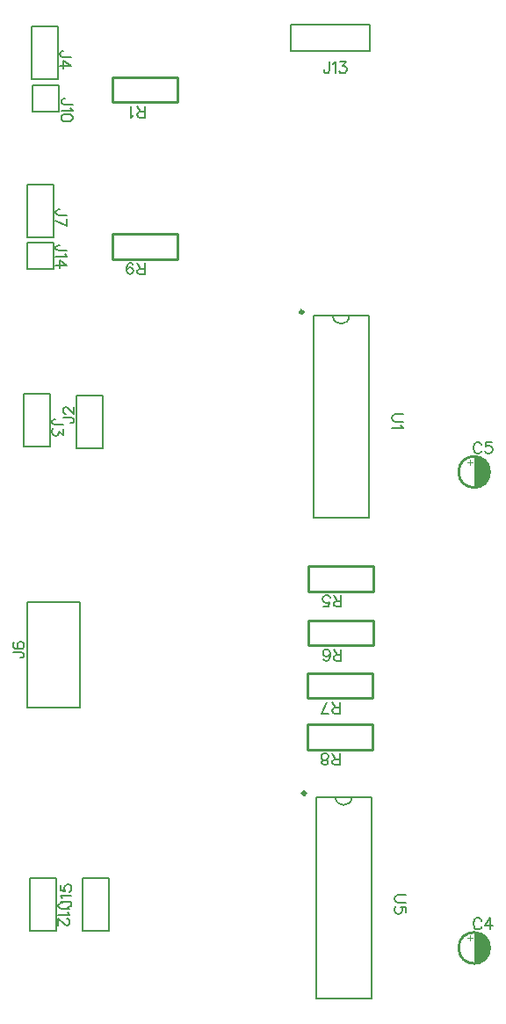
<source format=gto>
G04 Layer: TopSilkscreenLayer*
G04 EasyEDA v6.5.1, 2022-05-03 13:26:15*
G04 Gerber Generator version 0.2*
G04 Scale: 100 percent, Rotated: No, Reflected: No *
G04 Dimensions in millimeters *
G04 leading zeros omitted , absolute positions ,4 integer and 5 decimal *
%FSLAX45Y45*%
%MOMM*%

%ADD10C,0.2540*%
%ADD21C,0.0800*%
%ADD22C,0.2030*%
%ADD23C,0.2032*%
%ADD24C,0.1524*%
%ADD25C,0.3000*%

%LPD*%
D24*
X5633933Y-8894988D02*
G01*
X5628599Y-8884574D01*
X5618185Y-8874160D01*
X5608025Y-8869080D01*
X5587197Y-8869080D01*
X5576783Y-8874160D01*
X5566369Y-8884574D01*
X5561035Y-8894988D01*
X5555955Y-8910736D01*
X5555955Y-8936644D01*
X5561035Y-8952138D01*
X5566369Y-8962552D01*
X5576783Y-8972966D01*
X5587197Y-8978046D01*
X5608025Y-8978046D01*
X5618185Y-8972966D01*
X5628599Y-8962552D01*
X5633933Y-8952138D01*
X5720039Y-8869080D02*
G01*
X5668223Y-8941724D01*
X5746201Y-8941724D01*
X5720039Y-8869080D02*
G01*
X5720039Y-8978046D01*
X5633933Y-4310288D02*
G01*
X5628599Y-4299874D01*
X5618185Y-4289460D01*
X5608025Y-4284380D01*
X5587197Y-4284380D01*
X5576783Y-4289460D01*
X5566369Y-4299874D01*
X5561035Y-4310288D01*
X5555955Y-4326036D01*
X5555955Y-4351944D01*
X5561035Y-4367438D01*
X5566369Y-4377852D01*
X5576783Y-4388266D01*
X5587197Y-4393346D01*
X5608025Y-4393346D01*
X5618185Y-4388266D01*
X5628599Y-4377852D01*
X5633933Y-4367438D01*
X5730453Y-4284380D02*
G01*
X5678637Y-4284380D01*
X5673303Y-4331116D01*
X5678637Y-4326036D01*
X5694131Y-4320702D01*
X5709625Y-4320702D01*
X5725373Y-4326036D01*
X5735787Y-4336196D01*
X5740867Y-4351944D01*
X5740867Y-4362358D01*
X5735787Y-4377852D01*
X5725373Y-4388266D01*
X5709625Y-4393346D01*
X5694131Y-4393346D01*
X5678637Y-4388266D01*
X5673303Y-4383186D01*
X5668223Y-4372772D01*
X1599184Y-4050029D02*
G01*
X1682242Y-4050029D01*
X1697989Y-4055363D01*
X1703070Y-4060444D01*
X1708150Y-4070857D01*
X1708150Y-4081271D01*
X1703070Y-4091686D01*
X1697989Y-4097020D01*
X1682242Y-4102100D01*
X1671828Y-4102100D01*
X1625092Y-4010660D02*
G01*
X1620012Y-4010660D01*
X1609597Y-4005579D01*
X1604263Y-4000245D01*
X1599184Y-3989831D01*
X1599184Y-3969004D01*
X1604263Y-3958589D01*
X1609597Y-3953510D01*
X1620012Y-3948429D01*
X1630426Y-3948429D01*
X1640839Y-3953510D01*
X1656334Y-3963923D01*
X1708150Y-4015739D01*
X1708150Y-3943095D01*
X1601215Y-4116070D02*
G01*
X1518157Y-4116070D01*
X1502410Y-4110736D01*
X1497329Y-4105655D01*
X1492250Y-4095242D01*
X1492250Y-4084828D01*
X1497329Y-4074413D01*
X1502410Y-4069079D01*
X1518157Y-4064000D01*
X1528571Y-4064000D01*
X1601215Y-4160520D02*
G01*
X1601215Y-4217670D01*
X1559560Y-4186681D01*
X1559560Y-4202176D01*
X1554479Y-4212589D01*
X1549400Y-4217670D01*
X1533652Y-4223004D01*
X1523237Y-4223004D01*
X1507744Y-4217670D01*
X1497329Y-4207510D01*
X1492250Y-4191762D01*
X1492250Y-4176268D01*
X1497329Y-4160520D01*
X1502410Y-4155439D01*
X1512823Y-4150360D01*
X1677415Y-572770D02*
G01*
X1594357Y-572770D01*
X1578610Y-567436D01*
X1573529Y-562355D01*
X1568450Y-551942D01*
X1568450Y-541528D01*
X1573529Y-531113D01*
X1578610Y-525779D01*
X1594357Y-520700D01*
X1604771Y-520700D01*
X1677415Y-658876D02*
G01*
X1604771Y-607060D01*
X1604771Y-684784D01*
X1677415Y-658876D02*
G01*
X1568450Y-658876D01*
X1639315Y-2096770D02*
G01*
X1556257Y-2096770D01*
X1540510Y-2091436D01*
X1535429Y-2086355D01*
X1530350Y-2075942D01*
X1530350Y-2065528D01*
X1535429Y-2055113D01*
X1540510Y-2049779D01*
X1556257Y-2044700D01*
X1566671Y-2044700D01*
X1639315Y-2203704D02*
G01*
X1530350Y-2151634D01*
X1639315Y-2131060D02*
G01*
X1639315Y-2203704D01*
X1664715Y-8776970D02*
G01*
X1581657Y-8776970D01*
X1565910Y-8771636D01*
X1560829Y-8766555D01*
X1555750Y-8756142D01*
X1555750Y-8745728D01*
X1560829Y-8735313D01*
X1565910Y-8729979D01*
X1581657Y-8724900D01*
X1592071Y-8724900D01*
X1643887Y-8811260D02*
G01*
X1649221Y-8821420D01*
X1664715Y-8837168D01*
X1555750Y-8837168D01*
X1638807Y-8876537D02*
G01*
X1643887Y-8876537D01*
X1654302Y-8881871D01*
X1659636Y-8886952D01*
X1664715Y-8897365D01*
X1664715Y-8918194D01*
X1659636Y-8928608D01*
X1654302Y-8933687D01*
X1643887Y-8939021D01*
X1633473Y-8939021D01*
X1623060Y-8933687D01*
X1607565Y-8923274D01*
X1555750Y-8871458D01*
X1555750Y-8944102D01*
X1573784Y-8710929D02*
G01*
X1656842Y-8710929D01*
X1672589Y-8716263D01*
X1677670Y-8721344D01*
X1682750Y-8731758D01*
X1682750Y-8742171D01*
X1677670Y-8752586D01*
X1672589Y-8757920D01*
X1656842Y-8763000D01*
X1646428Y-8763000D01*
X1594612Y-8676639D02*
G01*
X1589278Y-8666479D01*
X1573784Y-8650731D01*
X1682750Y-8650731D01*
X1573784Y-8554212D02*
G01*
X1573784Y-8606028D01*
X1620520Y-8611362D01*
X1615439Y-8606028D01*
X1610105Y-8590534D01*
X1610105Y-8575039D01*
X1615439Y-8559292D01*
X1625600Y-8548878D01*
X1641347Y-8543797D01*
X1651762Y-8543797D01*
X1667255Y-8548878D01*
X1677670Y-8559292D01*
X1682750Y-8575039D01*
X1682750Y-8590534D01*
X1677670Y-8606028D01*
X1672589Y-8611362D01*
X1662176Y-8616442D01*
X1116584Y-6310629D02*
G01*
X1199642Y-6310629D01*
X1215389Y-6315963D01*
X1220470Y-6321044D01*
X1225550Y-6331457D01*
X1225550Y-6341871D01*
X1220470Y-6352286D01*
X1215389Y-6357620D01*
X1199642Y-6362700D01*
X1189228Y-6362700D01*
X1132078Y-6214110D02*
G01*
X1121663Y-6219189D01*
X1116584Y-6234937D01*
X1116584Y-6245352D01*
X1121663Y-6260845D01*
X1137412Y-6271260D01*
X1163320Y-6276339D01*
X1189228Y-6276339D01*
X1210055Y-6271260D01*
X1220470Y-6260845D01*
X1225550Y-6245352D01*
X1225550Y-6240018D01*
X1220470Y-6224523D01*
X1210055Y-6214110D01*
X1194562Y-6209029D01*
X1189228Y-6209029D01*
X1173734Y-6214110D01*
X1163320Y-6224523D01*
X1158239Y-6240018D01*
X1158239Y-6245352D01*
X1163320Y-6260845D01*
X1173734Y-6271260D01*
X1189228Y-6276339D01*
X1692655Y-1029970D02*
G01*
X1609597Y-1029970D01*
X1593850Y-1024636D01*
X1588770Y-1019555D01*
X1583689Y-1009142D01*
X1583689Y-998728D01*
X1588770Y-988313D01*
X1593850Y-982979D01*
X1609597Y-977900D01*
X1620012Y-977900D01*
X1671828Y-1064260D02*
G01*
X1677162Y-1074420D01*
X1692655Y-1090168D01*
X1583689Y-1090168D01*
X1692655Y-1155700D02*
G01*
X1687576Y-1139952D01*
X1671828Y-1129537D01*
X1645920Y-1124457D01*
X1630426Y-1124457D01*
X1604263Y-1129537D01*
X1588770Y-1139952D01*
X1583689Y-1155700D01*
X1583689Y-1165860D01*
X1588770Y-1181607D01*
X1604263Y-1192021D01*
X1630426Y-1197102D01*
X1645920Y-1197102D01*
X1671828Y-1192021D01*
X1687576Y-1181607D01*
X1692655Y-1165860D01*
X1692655Y-1155700D01*
X1639315Y-2439670D02*
G01*
X1556257Y-2439670D01*
X1540510Y-2434336D01*
X1535429Y-2429255D01*
X1530350Y-2418842D01*
X1530350Y-2408428D01*
X1535429Y-2398013D01*
X1540510Y-2392679D01*
X1556257Y-2387600D01*
X1566671Y-2387600D01*
X1618487Y-2473960D02*
G01*
X1623821Y-2484120D01*
X1639315Y-2499868D01*
X1530350Y-2499868D01*
X1639315Y-2585973D02*
G01*
X1566671Y-2534157D01*
X1566671Y-2612136D01*
X1639315Y-2585973D02*
G01*
X1530350Y-2585973D01*
X4166870Y-621284D02*
G01*
X4166870Y-704342D01*
X4161536Y-720089D01*
X4156456Y-725170D01*
X4146041Y-730250D01*
X4135627Y-730250D01*
X4125213Y-725170D01*
X4119879Y-720089D01*
X4114800Y-704342D01*
X4114800Y-693928D01*
X4201159Y-642112D02*
G01*
X4211320Y-636778D01*
X4227068Y-621284D01*
X4227068Y-730250D01*
X4271772Y-621284D02*
G01*
X4328922Y-621284D01*
X4297679Y-662939D01*
X4313174Y-662939D01*
X4323588Y-668020D01*
X4328922Y-673100D01*
X4334002Y-688847D01*
X4334002Y-699262D01*
X4328922Y-714755D01*
X4318508Y-725170D01*
X4302759Y-730250D01*
X4287265Y-730250D01*
X4271772Y-725170D01*
X4266438Y-720089D01*
X4261358Y-709676D01*
X2387600Y-1156715D02*
G01*
X2387600Y-1047750D01*
X2387600Y-1156715D02*
G01*
X2340863Y-1156715D01*
X2325370Y-1151636D01*
X2320036Y-1146302D01*
X2314956Y-1135887D01*
X2314956Y-1125473D01*
X2320036Y-1115060D01*
X2325370Y-1109979D01*
X2340863Y-1104900D01*
X2387600Y-1104900D01*
X2351277Y-1104900D02*
G01*
X2314956Y-1047750D01*
X2280665Y-1135887D02*
G01*
X2270252Y-1141221D01*
X2254504Y-1156715D01*
X2254504Y-1047750D01*
X4279900Y-5868415D02*
G01*
X4279900Y-5759450D01*
X4279900Y-5868415D02*
G01*
X4233163Y-5868415D01*
X4217670Y-5863336D01*
X4212336Y-5858002D01*
X4207256Y-5847587D01*
X4207256Y-5837173D01*
X4212336Y-5826760D01*
X4217670Y-5821679D01*
X4233163Y-5816600D01*
X4279900Y-5816600D01*
X4243577Y-5816600D02*
G01*
X4207256Y-5759450D01*
X4110481Y-5868415D02*
G01*
X4162552Y-5868415D01*
X4167631Y-5821679D01*
X4162552Y-5826760D01*
X4146804Y-5832094D01*
X4131309Y-5832094D01*
X4115815Y-5826760D01*
X4105402Y-5816600D01*
X4100068Y-5800852D01*
X4100068Y-5790437D01*
X4105402Y-5774944D01*
X4115815Y-5764529D01*
X4131309Y-5759450D01*
X4146804Y-5759450D01*
X4162552Y-5764529D01*
X4167631Y-5769610D01*
X4172965Y-5780023D01*
X4279900Y-6389115D02*
G01*
X4279900Y-6280150D01*
X4279900Y-6389115D02*
G01*
X4233163Y-6389115D01*
X4217670Y-6384036D01*
X4212336Y-6378702D01*
X4207256Y-6368287D01*
X4207256Y-6357873D01*
X4212336Y-6347460D01*
X4217670Y-6342379D01*
X4233163Y-6337300D01*
X4279900Y-6337300D01*
X4243577Y-6337300D02*
G01*
X4207256Y-6280150D01*
X4110481Y-6373621D02*
G01*
X4115815Y-6384036D01*
X4131309Y-6389115D01*
X4141724Y-6389115D01*
X4157218Y-6384036D01*
X4167631Y-6368287D01*
X4172965Y-6342379D01*
X4172965Y-6316471D01*
X4167631Y-6295644D01*
X4157218Y-6285229D01*
X4141724Y-6280150D01*
X4136390Y-6280150D01*
X4120895Y-6285229D01*
X4110481Y-6295644D01*
X4105402Y-6311137D01*
X4105402Y-6316471D01*
X4110481Y-6331965D01*
X4120895Y-6342379D01*
X4136390Y-6347460D01*
X4141724Y-6347460D01*
X4157218Y-6342379D01*
X4167631Y-6331965D01*
X4172965Y-6316471D01*
X4267200Y-6897115D02*
G01*
X4267200Y-6788150D01*
X4267200Y-6897115D02*
G01*
X4220463Y-6897115D01*
X4204970Y-6892036D01*
X4199636Y-6886702D01*
X4194556Y-6876287D01*
X4194556Y-6865873D01*
X4199636Y-6855460D01*
X4204970Y-6850379D01*
X4220463Y-6845300D01*
X4267200Y-6845300D01*
X4230877Y-6845300D02*
G01*
X4194556Y-6788150D01*
X4087368Y-6897115D02*
G01*
X4139438Y-6788150D01*
X4160265Y-6897115D02*
G01*
X4087368Y-6897115D01*
X4267200Y-7392415D02*
G01*
X4267200Y-7283450D01*
X4267200Y-7392415D02*
G01*
X4220463Y-7392415D01*
X4204970Y-7387336D01*
X4199636Y-7382002D01*
X4194556Y-7371587D01*
X4194556Y-7361173D01*
X4199636Y-7350760D01*
X4204970Y-7345679D01*
X4220463Y-7340600D01*
X4267200Y-7340600D01*
X4230877Y-7340600D02*
G01*
X4194556Y-7283450D01*
X4134104Y-7392415D02*
G01*
X4149852Y-7387336D01*
X4154931Y-7376921D01*
X4154931Y-7366508D01*
X4149852Y-7356094D01*
X4139438Y-7350760D01*
X4118609Y-7345679D01*
X4103115Y-7340600D01*
X4092702Y-7330186D01*
X4087368Y-7319771D01*
X4087368Y-7304023D01*
X4092702Y-7293610D01*
X4097781Y-7288529D01*
X4113529Y-7283450D01*
X4134104Y-7283450D01*
X4149852Y-7288529D01*
X4154931Y-7293610D01*
X4160265Y-7304023D01*
X4160265Y-7319771D01*
X4154931Y-7330186D01*
X4144518Y-7340600D01*
X4129024Y-7345679D01*
X4108195Y-7350760D01*
X4097781Y-7356094D01*
X4092702Y-7366508D01*
X4092702Y-7376921D01*
X4097781Y-7387336D01*
X4113529Y-7392415D01*
X4134104Y-7392415D01*
X2387600Y-2668015D02*
G01*
X2387600Y-2559050D01*
X2387600Y-2668015D02*
G01*
X2340863Y-2668015D01*
X2325370Y-2662936D01*
X2320036Y-2657602D01*
X2314956Y-2647187D01*
X2314956Y-2636773D01*
X2320036Y-2626360D01*
X2325370Y-2621279D01*
X2340863Y-2616200D01*
X2387600Y-2616200D01*
X2351277Y-2616200D02*
G01*
X2314956Y-2559050D01*
X2213102Y-2631694D02*
G01*
X2218181Y-2616200D01*
X2228595Y-2605786D01*
X2244090Y-2600452D01*
X2249424Y-2600452D01*
X2264918Y-2605786D01*
X2275331Y-2616200D01*
X2280665Y-2631694D01*
X2280665Y-2636773D01*
X2275331Y-2652521D01*
X2264918Y-2662936D01*
X2249424Y-2668015D01*
X2244090Y-2668015D01*
X2228595Y-2662936D01*
X2218181Y-2652521D01*
X2213102Y-2631694D01*
X2213102Y-2605786D01*
X2218181Y-2579623D01*
X2228595Y-2564129D01*
X2244090Y-2559050D01*
X2254504Y-2559050D01*
X2270252Y-2564129D01*
X2275331Y-2574544D01*
X4877815Y-4013200D02*
G01*
X4799838Y-4013200D01*
X4784343Y-4018279D01*
X4773929Y-4028694D01*
X4768850Y-4044442D01*
X4768850Y-4054855D01*
X4773929Y-4070350D01*
X4784343Y-4080763D01*
X4799838Y-4085844D01*
X4877815Y-4085844D01*
X4856988Y-4120134D02*
G01*
X4862322Y-4130547D01*
X4877815Y-4146295D01*
X4768850Y-4146295D01*
X4903215Y-8648700D02*
G01*
X4825238Y-8648700D01*
X4809743Y-8653779D01*
X4799329Y-8664194D01*
X4794250Y-8679942D01*
X4794250Y-8690355D01*
X4799329Y-8705850D01*
X4809743Y-8716263D01*
X4825238Y-8721344D01*
X4903215Y-8721344D01*
X4903215Y-8818118D02*
G01*
X4903215Y-8766047D01*
X4856479Y-8760968D01*
X4861559Y-8766047D01*
X4866893Y-8781795D01*
X4866893Y-8797289D01*
X4861559Y-8812784D01*
X4851400Y-8823197D01*
X4835652Y-8828531D01*
X4825238Y-8828531D01*
X4809743Y-8823197D01*
X4799329Y-8812784D01*
X4794250Y-8797289D01*
X4794250Y-8781795D01*
X4799329Y-8766047D01*
X4804409Y-8760968D01*
X4814824Y-8755634D01*
G36*
X5567680Y-9006687D02*
G01*
X5567629Y-9306712D01*
X5578754Y-9305493D01*
X5589727Y-9303512D01*
X5600496Y-9300718D01*
X5611063Y-9297111D01*
X5621324Y-9292742D01*
X5631230Y-9287611D01*
X5640730Y-9281769D01*
X5649772Y-9275267D01*
X5658307Y-9268104D01*
X5666282Y-9260281D01*
X5673648Y-9251950D01*
X5680354Y-9243060D01*
X5686450Y-9233712D01*
X5691784Y-9223908D01*
X5696407Y-9213748D01*
X5700268Y-9203283D01*
X5703316Y-9192564D01*
X5705551Y-9181693D01*
X5707024Y-9170619D01*
X5707634Y-9159494D01*
X5707430Y-9148318D01*
X5706364Y-9137243D01*
X5704535Y-9126220D01*
X5701893Y-9115399D01*
X5698439Y-9104833D01*
X5694172Y-9094520D01*
X5689193Y-9084513D01*
X5683504Y-9074962D01*
X5677103Y-9065818D01*
X5670042Y-9057182D01*
X5662320Y-9049105D01*
X5654090Y-9041638D01*
X5645302Y-9034780D01*
X5636006Y-9028582D01*
X5626303Y-9023096D01*
X5616244Y-9018371D01*
X5605830Y-9014358D01*
X5595112Y-9011158D01*
X5584240Y-9008770D01*
X5578754Y-9007856D01*
G37*
G36*
X5567680Y-4421987D02*
G01*
X5567629Y-4722012D01*
X5578754Y-4720793D01*
X5589727Y-4718812D01*
X5600496Y-4716018D01*
X5611063Y-4712411D01*
X5621324Y-4708042D01*
X5631230Y-4702911D01*
X5640730Y-4697069D01*
X5649772Y-4690567D01*
X5658307Y-4683404D01*
X5666282Y-4675581D01*
X5673648Y-4667250D01*
X5680354Y-4658360D01*
X5686450Y-4649012D01*
X5691784Y-4639208D01*
X5696407Y-4629048D01*
X5700268Y-4618583D01*
X5703316Y-4607864D01*
X5705551Y-4596993D01*
X5707024Y-4585919D01*
X5707634Y-4574794D01*
X5707430Y-4563618D01*
X5706364Y-4552543D01*
X5704535Y-4541520D01*
X5701893Y-4530699D01*
X5698439Y-4520133D01*
X5694172Y-4509820D01*
X5689193Y-4499813D01*
X5683504Y-4490262D01*
X5677103Y-4481118D01*
X5670042Y-4472482D01*
X5662320Y-4464405D01*
X5654090Y-4456938D01*
X5645302Y-4450080D01*
X5636006Y-4443882D01*
X5626303Y-4438396D01*
X5616244Y-4433671D01*
X5605830Y-4429658D01*
X5595112Y-4426458D01*
X5584240Y-4424070D01*
X5578754Y-4423156D01*
G37*
D21*
X5497598Y-9061701D02*
G01*
X5547598Y-9061701D01*
X5522600Y-9086700D02*
G01*
X5522600Y-9036700D01*
X5497598Y-4477001D02*
G01*
X5547598Y-4477001D01*
X5522600Y-4502000D02*
G01*
X5522600Y-4452000D01*
D22*
X1727200Y-3835400D02*
G01*
X1727200Y-4152900D01*
D23*
X1727200Y-3835400D02*
G01*
X1981200Y-3835400D01*
X1981200Y-4343400D01*
X1727200Y-4343400D01*
X1727200Y-4152900D01*
D22*
X1473200Y-4330700D02*
G01*
X1473200Y-4013200D01*
D23*
X1473200Y-4330700D02*
G01*
X1219200Y-4330700D01*
X1219200Y-3822700D01*
X1473200Y-3822700D01*
X1473200Y-4013200D01*
D22*
X1549400Y-787400D02*
G01*
X1549400Y-469900D01*
D23*
X1549400Y-787400D02*
G01*
X1295400Y-787400D01*
X1295400Y-279400D01*
X1549400Y-279400D01*
X1549400Y-469900D01*
D22*
X1511300Y-2311400D02*
G01*
X1511300Y-1993900D01*
D23*
X1511300Y-2311400D02*
G01*
X1257300Y-2311400D01*
X1257300Y-1803400D01*
X1511300Y-1803400D01*
X1511300Y-1993900D01*
D22*
X1536700Y-8991600D02*
G01*
X1536700Y-8674100D01*
D23*
X1536700Y-8991600D02*
G01*
X1282700Y-8991600D01*
X1282700Y-8483600D01*
X1536700Y-8483600D01*
X1536700Y-8674100D01*
D22*
X1790700Y-8483600D02*
G01*
X1790700Y-8801100D01*
D23*
X1790700Y-8483600D02*
G01*
X2044700Y-8483600D01*
X2044700Y-8991600D01*
X1790700Y-8991600D01*
X1790700Y-8801100D01*
X1257300Y-6845300D02*
G01*
X1765300Y-6845300D01*
X1765300Y-5829300D01*
X1257300Y-5829300D01*
X1257300Y-6845300D01*
X1308100Y-1104900D02*
G01*
X1308100Y-850900D01*
X1562100Y-850900D01*
X1562100Y-1104900D01*
X1371600Y-1104900D01*
D22*
X1308100Y-1104900D02*
G01*
X1371600Y-1104900D01*
D23*
X1257300Y-2362200D02*
G01*
X1511300Y-2362200D01*
X1511300Y-2616200D01*
X1257300Y-2616200D01*
X1257300Y-2425700D01*
D22*
X1257300Y-2362200D02*
G01*
X1257300Y-2425700D01*
D23*
X3987800Y-266700D02*
G01*
X3797300Y-266700D01*
X3797300Y-520700D01*
X4559300Y-520700D01*
X4559300Y-266700D01*
D22*
X4559300Y-266700D02*
G01*
X3987800Y-266700D01*
D10*
X2702559Y-769620D02*
G01*
X2702559Y-1008379D01*
X2702559Y-1008379D02*
G01*
X2072640Y-1008379D01*
X2072640Y-1008379D02*
G01*
X2072640Y-769620D01*
X2072640Y-769620D02*
G01*
X2702559Y-769620D01*
X4594859Y-5481320D02*
G01*
X4594859Y-5720079D01*
X4594859Y-5720079D02*
G01*
X3964940Y-5720079D01*
X3964940Y-5720079D02*
G01*
X3964940Y-5481320D01*
X3964940Y-5481320D02*
G01*
X4594859Y-5481320D01*
X4594859Y-6002020D02*
G01*
X4594859Y-6240779D01*
X4594859Y-6240779D02*
G01*
X3964940Y-6240779D01*
X3964940Y-6240779D02*
G01*
X3964940Y-6002020D01*
X3964940Y-6002020D02*
G01*
X4594859Y-6002020D01*
X4582159Y-6510020D02*
G01*
X4582159Y-6748779D01*
X4582159Y-6748779D02*
G01*
X3952240Y-6748779D01*
X3952240Y-6748779D02*
G01*
X3952240Y-6510020D01*
X3952240Y-6510020D02*
G01*
X4582159Y-6510020D01*
X4582159Y-7005320D02*
G01*
X4582159Y-7244079D01*
X4582159Y-7244079D02*
G01*
X3952240Y-7244079D01*
X3952240Y-7244079D02*
G01*
X3952240Y-7005320D01*
X3952240Y-7005320D02*
G01*
X4582159Y-7005320D01*
X2702559Y-2280920D02*
G01*
X2702559Y-2519679D01*
X2702559Y-2519679D02*
G01*
X2072640Y-2519679D01*
X2072640Y-2519679D02*
G01*
X2072640Y-2280920D01*
X2072640Y-2280920D02*
G01*
X2702559Y-2280920D01*
D24*
X4013009Y-3065729D02*
G01*
X4546790Y-3065729D01*
X4546790Y-5011470D01*
X4013009Y-5011470D01*
X4013009Y-3065729D01*
X4038409Y-7701229D02*
G01*
X4572190Y-7701229D01*
X4572190Y-9646970D01*
X4038409Y-9646970D01*
X4038409Y-7701229D01*
G75*
G01*
X4359275Y-3065729D02*
G02*
X4200525Y-3065729I-79375J0D01*
G75*
G01*
X4384675Y-7701229D02*
G02*
X4225925Y-7701229I-79375J0D01*
D10*
G75*
G01
X5712663Y-9156700D02*
G03X5712663Y-9156700I-150012J0D01*
G75*
G01
X5712663Y-4572000D02*
G03X5712663Y-4572000I-150012J0D01*
D25*
G75*
G01
X3913911Y-3031363D02*
G03X3913911Y-3031363I-15011J0D01*
G75*
G01
X3939311Y-7666863D02*
G03X3939311Y-7666863I-15011J0D01*
M02*

</source>
